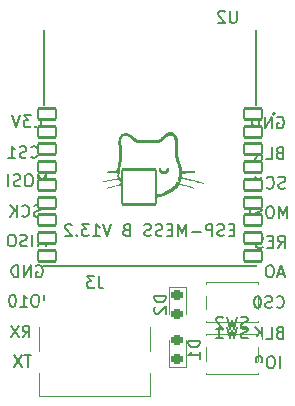
<source format=gbo>
G04 #@! TF.GenerationSoftware,KiCad,Pcbnew,7.0.7*
G04 #@! TF.CreationDate,2024-04-02T13:03:34-04:00*
G04 #@! TF.ProjectId,sensor_node,73656e73-6f72-45f6-9e6f-64652e6b6963,rev?*
G04 #@! TF.SameCoordinates,Original*
G04 #@! TF.FileFunction,Legend,Bot*
G04 #@! TF.FilePolarity,Positive*
%FSLAX46Y46*%
G04 Gerber Fmt 4.6, Leading zero omitted, Abs format (unit mm)*
G04 Created by KiCad (PCBNEW 7.0.7) date 2024-04-02 13:03:34*
%MOMM*%
%LPD*%
G01*
G04 APERTURE LIST*
G04 Aperture macros list*
%AMRoundRect*
0 Rectangle with rounded corners*
0 $1 Rounding radius*
0 $2 $3 $4 $5 $6 $7 $8 $9 X,Y pos of 4 corners*
0 Add a 4 corners polygon primitive as box body*
4,1,4,$2,$3,$4,$5,$6,$7,$8,$9,$2,$3,0*
0 Add four circle primitives for the rounded corners*
1,1,$1+$1,$2,$3*
1,1,$1+$1,$4,$5*
1,1,$1+$1,$6,$7*
1,1,$1+$1,$8,$9*
0 Add four rect primitives between the rounded corners*
20,1,$1+$1,$2,$3,$4,$5,0*
20,1,$1+$1,$4,$5,$6,$7,0*
20,1,$1+$1,$6,$7,$8,$9,0*
20,1,$1+$1,$8,$9,$2,$3,0*%
G04 Aperture macros list end*
%ADD10C,0.150000*%
%ADD11C,0.120000*%
%ADD12C,0.127000*%
%ADD13C,0.200000*%
%ADD14R,1.700000X1.700000*%
%ADD15O,1.700000X1.700000*%
%ADD16RoundRect,0.218750X-0.256250X0.218750X-0.256250X-0.218750X0.256250X-0.218750X0.256250X0.218750X0*%
%ADD17C,0.650000*%
%ADD18R,0.600000X1.450000*%
%ADD19R,0.300000X1.450000*%
%ADD20O,1.000000X1.600000*%
%ADD21O,1.000000X2.100000*%
%ADD22R,1.050000X0.650000*%
%ADD23RoundRect,0.102000X0.750000X0.450000X-0.750000X0.450000X-0.750000X-0.450000X0.750000X-0.450000X0*%
%ADD24RoundRect,0.102000X1.445000X1.475000X-1.445000X1.475000X-1.445000X-1.475000X1.445000X-1.475000X0*%
%ADD25RoundRect,0.218750X0.256250X-0.218750X0.256250X0.218750X-0.256250X0.218750X-0.256250X-0.218750X0*%
G04 APERTURE END LIST*
D10*
X143939411Y-72617438D02*
X144034649Y-72569819D01*
X144034649Y-72569819D02*
X144177506Y-72569819D01*
X144177506Y-72569819D02*
X144320363Y-72617438D01*
X144320363Y-72617438D02*
X144415601Y-72712676D01*
X144415601Y-72712676D02*
X144463220Y-72807914D01*
X144463220Y-72807914D02*
X144510839Y-72998390D01*
X144510839Y-72998390D02*
X144510839Y-73141247D01*
X144510839Y-73141247D02*
X144463220Y-73331723D01*
X144463220Y-73331723D02*
X144415601Y-73426961D01*
X144415601Y-73426961D02*
X144320363Y-73522200D01*
X144320363Y-73522200D02*
X144177506Y-73569819D01*
X144177506Y-73569819D02*
X144082268Y-73569819D01*
X144082268Y-73569819D02*
X143939411Y-73522200D01*
X143939411Y-73522200D02*
X143891792Y-73474580D01*
X143891792Y-73474580D02*
X143891792Y-73141247D01*
X143891792Y-73141247D02*
X144082268Y-73141247D01*
X143463220Y-73569819D02*
X143463220Y-72569819D01*
X143463220Y-72569819D02*
X142891792Y-73569819D01*
X142891792Y-73569819D02*
X142891792Y-72569819D01*
X142415601Y-73569819D02*
X142415601Y-72569819D01*
X142415601Y-72569819D02*
X142177506Y-72569819D01*
X142177506Y-72569819D02*
X142034649Y-72617438D01*
X142034649Y-72617438D02*
X141939411Y-72712676D01*
X141939411Y-72712676D02*
X141891792Y-72807914D01*
X141891792Y-72807914D02*
X141844173Y-72998390D01*
X141844173Y-72998390D02*
X141844173Y-73141247D01*
X141844173Y-73141247D02*
X141891792Y-73331723D01*
X141891792Y-73331723D02*
X141939411Y-73426961D01*
X141939411Y-73426961D02*
X142034649Y-73522200D01*
X142034649Y-73522200D02*
X142177506Y-73569819D01*
X142177506Y-73569819D02*
X142415601Y-73569819D01*
X164529887Y-78246009D02*
X164387030Y-78293628D01*
X164387030Y-78293628D02*
X164339411Y-78341247D01*
X164339411Y-78341247D02*
X164291792Y-78436485D01*
X164291792Y-78436485D02*
X164291792Y-78579342D01*
X164291792Y-78579342D02*
X164339411Y-78674580D01*
X164339411Y-78674580D02*
X164387030Y-78722200D01*
X164387030Y-78722200D02*
X164482268Y-78769819D01*
X164482268Y-78769819D02*
X164863220Y-78769819D01*
X164863220Y-78769819D02*
X164863220Y-77769819D01*
X164863220Y-77769819D02*
X164529887Y-77769819D01*
X164529887Y-77769819D02*
X164434649Y-77817438D01*
X164434649Y-77817438D02*
X164387030Y-77865057D01*
X164387030Y-77865057D02*
X164339411Y-77960295D01*
X164339411Y-77960295D02*
X164339411Y-78055533D01*
X164339411Y-78055533D02*
X164387030Y-78150771D01*
X164387030Y-78150771D02*
X164434649Y-78198390D01*
X164434649Y-78198390D02*
X164529887Y-78246009D01*
X164529887Y-78246009D02*
X164863220Y-78246009D01*
X163387030Y-78769819D02*
X163863220Y-78769819D01*
X163863220Y-78769819D02*
X163863220Y-77769819D01*
X163053696Y-78769819D02*
X163053696Y-77769819D01*
X162482268Y-78769819D02*
X162910839Y-78198390D01*
X162482268Y-77769819D02*
X163053696Y-78341247D01*
X164529887Y-63046009D02*
X164387030Y-63093628D01*
X164387030Y-63093628D02*
X164339411Y-63141247D01*
X164339411Y-63141247D02*
X164291792Y-63236485D01*
X164291792Y-63236485D02*
X164291792Y-63379342D01*
X164291792Y-63379342D02*
X164339411Y-63474580D01*
X164339411Y-63474580D02*
X164387030Y-63522200D01*
X164387030Y-63522200D02*
X164482268Y-63569819D01*
X164482268Y-63569819D02*
X164863220Y-63569819D01*
X164863220Y-63569819D02*
X164863220Y-62569819D01*
X164863220Y-62569819D02*
X164529887Y-62569819D01*
X164529887Y-62569819D02*
X164434649Y-62617438D01*
X164434649Y-62617438D02*
X164387030Y-62665057D01*
X164387030Y-62665057D02*
X164339411Y-62760295D01*
X164339411Y-62760295D02*
X164339411Y-62855533D01*
X164339411Y-62855533D02*
X164387030Y-62950771D01*
X164387030Y-62950771D02*
X164434649Y-62998390D01*
X164434649Y-62998390D02*
X164529887Y-63046009D01*
X164529887Y-63046009D02*
X164863220Y-63046009D01*
X163387030Y-63569819D02*
X163863220Y-63569819D01*
X163863220Y-63569819D02*
X163863220Y-62569819D01*
X163053696Y-63569819D02*
X163053696Y-62569819D01*
X162482268Y-63569819D02*
X162910839Y-62998390D01*
X162482268Y-62569819D02*
X163053696Y-63141247D01*
X165010839Y-66022200D02*
X164867982Y-66069819D01*
X164867982Y-66069819D02*
X164629887Y-66069819D01*
X164629887Y-66069819D02*
X164534649Y-66022200D01*
X164534649Y-66022200D02*
X164487030Y-65974580D01*
X164487030Y-65974580D02*
X164439411Y-65879342D01*
X164439411Y-65879342D02*
X164439411Y-65784104D01*
X164439411Y-65784104D02*
X164487030Y-65688866D01*
X164487030Y-65688866D02*
X164534649Y-65641247D01*
X164534649Y-65641247D02*
X164629887Y-65593628D01*
X164629887Y-65593628D02*
X164820363Y-65546009D01*
X164820363Y-65546009D02*
X164915601Y-65498390D01*
X164915601Y-65498390D02*
X164963220Y-65450771D01*
X164963220Y-65450771D02*
X165010839Y-65355533D01*
X165010839Y-65355533D02*
X165010839Y-65260295D01*
X165010839Y-65260295D02*
X164963220Y-65165057D01*
X164963220Y-65165057D02*
X164915601Y-65117438D01*
X164915601Y-65117438D02*
X164820363Y-65069819D01*
X164820363Y-65069819D02*
X164582268Y-65069819D01*
X164582268Y-65069819D02*
X164439411Y-65117438D01*
X163439411Y-65974580D02*
X163487030Y-66022200D01*
X163487030Y-66022200D02*
X163629887Y-66069819D01*
X163629887Y-66069819D02*
X163725125Y-66069819D01*
X163725125Y-66069819D02*
X163867982Y-66022200D01*
X163867982Y-66022200D02*
X163963220Y-65926961D01*
X163963220Y-65926961D02*
X164010839Y-65831723D01*
X164010839Y-65831723D02*
X164058458Y-65641247D01*
X164058458Y-65641247D02*
X164058458Y-65498390D01*
X164058458Y-65498390D02*
X164010839Y-65307914D01*
X164010839Y-65307914D02*
X163963220Y-65212676D01*
X163963220Y-65212676D02*
X163867982Y-65117438D01*
X163867982Y-65117438D02*
X163725125Y-65069819D01*
X163725125Y-65069819D02*
X163629887Y-65069819D01*
X163629887Y-65069819D02*
X163487030Y-65117438D01*
X163487030Y-65117438D02*
X163439411Y-65165057D01*
X163010839Y-66069819D02*
X163010839Y-65069819D01*
X162439411Y-66069819D02*
X162867982Y-65498390D01*
X162439411Y-65069819D02*
X163010839Y-65641247D01*
X144310839Y-68422200D02*
X144167982Y-68469819D01*
X144167982Y-68469819D02*
X143929887Y-68469819D01*
X143929887Y-68469819D02*
X143834649Y-68422200D01*
X143834649Y-68422200D02*
X143787030Y-68374580D01*
X143787030Y-68374580D02*
X143739411Y-68279342D01*
X143739411Y-68279342D02*
X143739411Y-68184104D01*
X143739411Y-68184104D02*
X143787030Y-68088866D01*
X143787030Y-68088866D02*
X143834649Y-68041247D01*
X143834649Y-68041247D02*
X143929887Y-67993628D01*
X143929887Y-67993628D02*
X144120363Y-67946009D01*
X144120363Y-67946009D02*
X144215601Y-67898390D01*
X144215601Y-67898390D02*
X144263220Y-67850771D01*
X144263220Y-67850771D02*
X144310839Y-67755533D01*
X144310839Y-67755533D02*
X144310839Y-67660295D01*
X144310839Y-67660295D02*
X144263220Y-67565057D01*
X144263220Y-67565057D02*
X144215601Y-67517438D01*
X144215601Y-67517438D02*
X144120363Y-67469819D01*
X144120363Y-67469819D02*
X143882268Y-67469819D01*
X143882268Y-67469819D02*
X143739411Y-67517438D01*
X142739411Y-68374580D02*
X142787030Y-68422200D01*
X142787030Y-68422200D02*
X142929887Y-68469819D01*
X142929887Y-68469819D02*
X143025125Y-68469819D01*
X143025125Y-68469819D02*
X143167982Y-68422200D01*
X143167982Y-68422200D02*
X143263220Y-68326961D01*
X143263220Y-68326961D02*
X143310839Y-68231723D01*
X143310839Y-68231723D02*
X143358458Y-68041247D01*
X143358458Y-68041247D02*
X143358458Y-67898390D01*
X143358458Y-67898390D02*
X143310839Y-67707914D01*
X143310839Y-67707914D02*
X143263220Y-67612676D01*
X143263220Y-67612676D02*
X143167982Y-67517438D01*
X143167982Y-67517438D02*
X143025125Y-67469819D01*
X143025125Y-67469819D02*
X142929887Y-67469819D01*
X142929887Y-67469819D02*
X142787030Y-67517438D01*
X142787030Y-67517438D02*
X142739411Y-67565057D01*
X142310839Y-68469819D02*
X142310839Y-67469819D01*
X141739411Y-68469819D02*
X142167982Y-67898390D01*
X141739411Y-67469819D02*
X142310839Y-68041247D01*
X144732266Y-70969819D02*
X144732266Y-69969819D01*
X144732266Y-69969819D02*
X144398933Y-70684104D01*
X144398933Y-70684104D02*
X144065600Y-69969819D01*
X144065600Y-69969819D02*
X144065600Y-70969819D01*
X143589409Y-70969819D02*
X143589409Y-69969819D01*
X143160838Y-70922200D02*
X143017981Y-70969819D01*
X143017981Y-70969819D02*
X142779886Y-70969819D01*
X142779886Y-70969819D02*
X142684648Y-70922200D01*
X142684648Y-70922200D02*
X142637029Y-70874580D01*
X142637029Y-70874580D02*
X142589410Y-70779342D01*
X142589410Y-70779342D02*
X142589410Y-70684104D01*
X142589410Y-70684104D02*
X142637029Y-70588866D01*
X142637029Y-70588866D02*
X142684648Y-70541247D01*
X142684648Y-70541247D02*
X142779886Y-70493628D01*
X142779886Y-70493628D02*
X142970362Y-70446009D01*
X142970362Y-70446009D02*
X143065600Y-70398390D01*
X143065600Y-70398390D02*
X143113219Y-70350771D01*
X143113219Y-70350771D02*
X143160838Y-70255533D01*
X143160838Y-70255533D02*
X143160838Y-70160295D01*
X143160838Y-70160295D02*
X143113219Y-70065057D01*
X143113219Y-70065057D02*
X143065600Y-70017438D01*
X143065600Y-70017438D02*
X142970362Y-69969819D01*
X142970362Y-69969819D02*
X142732267Y-69969819D01*
X142732267Y-69969819D02*
X142589410Y-70017438D01*
X141970362Y-69969819D02*
X141779886Y-69969819D01*
X141779886Y-69969819D02*
X141684648Y-70017438D01*
X141684648Y-70017438D02*
X141589410Y-70112676D01*
X141589410Y-70112676D02*
X141541791Y-70303152D01*
X141541791Y-70303152D02*
X141541791Y-70636485D01*
X141541791Y-70636485D02*
X141589410Y-70826961D01*
X141589410Y-70826961D02*
X141684648Y-70922200D01*
X141684648Y-70922200D02*
X141779886Y-70969819D01*
X141779886Y-70969819D02*
X141970362Y-70969819D01*
X141970362Y-70969819D02*
X142065600Y-70922200D01*
X142065600Y-70922200D02*
X142160838Y-70826961D01*
X142160838Y-70826961D02*
X142208457Y-70636485D01*
X142208457Y-70636485D02*
X142208457Y-70303152D01*
X142208457Y-70303152D02*
X142160838Y-70112676D01*
X142160838Y-70112676D02*
X142065600Y-70017438D01*
X142065600Y-70017438D02*
X141970362Y-69969819D01*
X143506077Y-80169819D02*
X142934649Y-80169819D01*
X143220363Y-81169819D02*
X143220363Y-80169819D01*
X142696553Y-80169819D02*
X142029887Y-81169819D01*
X142029887Y-80169819D02*
X142696553Y-81169819D01*
X142791792Y-78669819D02*
X143125125Y-78193628D01*
X143363220Y-78669819D02*
X143363220Y-77669819D01*
X143363220Y-77669819D02*
X142982268Y-77669819D01*
X142982268Y-77669819D02*
X142887030Y-77717438D01*
X142887030Y-77717438D02*
X142839411Y-77765057D01*
X142839411Y-77765057D02*
X142791792Y-77860295D01*
X142791792Y-77860295D02*
X142791792Y-78003152D01*
X142791792Y-78003152D02*
X142839411Y-78098390D01*
X142839411Y-78098390D02*
X142887030Y-78146009D01*
X142887030Y-78146009D02*
X142982268Y-78193628D01*
X142982268Y-78193628D02*
X143363220Y-78193628D01*
X142458458Y-77669819D02*
X141791792Y-78669819D01*
X141791792Y-77669819D02*
X142458458Y-78669819D01*
X144632266Y-76069819D02*
X144632266Y-75069819D01*
X143965600Y-75069819D02*
X143775124Y-75069819D01*
X143775124Y-75069819D02*
X143679886Y-75117438D01*
X143679886Y-75117438D02*
X143584648Y-75212676D01*
X143584648Y-75212676D02*
X143537029Y-75403152D01*
X143537029Y-75403152D02*
X143537029Y-75736485D01*
X143537029Y-75736485D02*
X143584648Y-75926961D01*
X143584648Y-75926961D02*
X143679886Y-76022200D01*
X143679886Y-76022200D02*
X143775124Y-76069819D01*
X143775124Y-76069819D02*
X143965600Y-76069819D01*
X143965600Y-76069819D02*
X144060838Y-76022200D01*
X144060838Y-76022200D02*
X144156076Y-75926961D01*
X144156076Y-75926961D02*
X144203695Y-75736485D01*
X144203695Y-75736485D02*
X144203695Y-75403152D01*
X144203695Y-75403152D02*
X144156076Y-75212676D01*
X144156076Y-75212676D02*
X144060838Y-75117438D01*
X144060838Y-75117438D02*
X143965600Y-75069819D01*
X142584648Y-76069819D02*
X143156076Y-76069819D01*
X142870362Y-76069819D02*
X142870362Y-75069819D01*
X142870362Y-75069819D02*
X142965600Y-75212676D01*
X142965600Y-75212676D02*
X143060838Y-75307914D01*
X143060838Y-75307914D02*
X143156076Y-75355533D01*
X141965600Y-75069819D02*
X141870362Y-75069819D01*
X141870362Y-75069819D02*
X141775124Y-75117438D01*
X141775124Y-75117438D02*
X141727505Y-75165057D01*
X141727505Y-75165057D02*
X141679886Y-75260295D01*
X141679886Y-75260295D02*
X141632267Y-75450771D01*
X141632267Y-75450771D02*
X141632267Y-75688866D01*
X141632267Y-75688866D02*
X141679886Y-75879342D01*
X141679886Y-75879342D02*
X141727505Y-75974580D01*
X141727505Y-75974580D02*
X141775124Y-76022200D01*
X141775124Y-76022200D02*
X141870362Y-76069819D01*
X141870362Y-76069819D02*
X141965600Y-76069819D01*
X141965600Y-76069819D02*
X142060838Y-76022200D01*
X142060838Y-76022200D02*
X142108457Y-75974580D01*
X142108457Y-75974580D02*
X142156076Y-75879342D01*
X142156076Y-75879342D02*
X142203695Y-75688866D01*
X142203695Y-75688866D02*
X142203695Y-75450771D01*
X142203695Y-75450771D02*
X142156076Y-75260295D01*
X142156076Y-75260295D02*
X142108457Y-75165057D01*
X142108457Y-75165057D02*
X142060838Y-75117438D01*
X142060838Y-75117438D02*
X141965600Y-75069819D01*
X165160838Y-68569819D02*
X165160838Y-67569819D01*
X165160838Y-67569819D02*
X164827505Y-68284104D01*
X164827505Y-68284104D02*
X164494172Y-67569819D01*
X164494172Y-67569819D02*
X164494172Y-68569819D01*
X163827505Y-67569819D02*
X163637029Y-67569819D01*
X163637029Y-67569819D02*
X163541791Y-67617438D01*
X163541791Y-67617438D02*
X163446553Y-67712676D01*
X163446553Y-67712676D02*
X163398934Y-67903152D01*
X163398934Y-67903152D02*
X163398934Y-68236485D01*
X163398934Y-68236485D02*
X163446553Y-68426961D01*
X163446553Y-68426961D02*
X163541791Y-68522200D01*
X163541791Y-68522200D02*
X163637029Y-68569819D01*
X163637029Y-68569819D02*
X163827505Y-68569819D01*
X163827505Y-68569819D02*
X163922743Y-68522200D01*
X163922743Y-68522200D02*
X164017981Y-68426961D01*
X164017981Y-68426961D02*
X164065600Y-68236485D01*
X164065600Y-68236485D02*
X164065600Y-67903152D01*
X164065600Y-67903152D02*
X164017981Y-67712676D01*
X164017981Y-67712676D02*
X163922743Y-67617438D01*
X163922743Y-67617438D02*
X163827505Y-67569819D01*
X163017981Y-68522200D02*
X162875124Y-68569819D01*
X162875124Y-68569819D02*
X162637029Y-68569819D01*
X162637029Y-68569819D02*
X162541791Y-68522200D01*
X162541791Y-68522200D02*
X162494172Y-68474580D01*
X162494172Y-68474580D02*
X162446553Y-68379342D01*
X162446553Y-68379342D02*
X162446553Y-68284104D01*
X162446553Y-68284104D02*
X162494172Y-68188866D01*
X162494172Y-68188866D02*
X162541791Y-68141247D01*
X162541791Y-68141247D02*
X162637029Y-68093628D01*
X162637029Y-68093628D02*
X162827505Y-68046009D01*
X162827505Y-68046009D02*
X162922743Y-67998390D01*
X162922743Y-67998390D02*
X162970362Y-67950771D01*
X162970362Y-67950771D02*
X163017981Y-67855533D01*
X163017981Y-67855533D02*
X163017981Y-67760295D01*
X163017981Y-67760295D02*
X162970362Y-67665057D01*
X162970362Y-67665057D02*
X162922743Y-67617438D01*
X162922743Y-67617438D02*
X162827505Y-67569819D01*
X162827505Y-67569819D02*
X162589410Y-67569819D01*
X162589410Y-67569819D02*
X162446553Y-67617438D01*
X162017981Y-68569819D02*
X162017981Y-67569819D01*
X164339411Y-60017438D02*
X164434649Y-59969819D01*
X164434649Y-59969819D02*
X164577506Y-59969819D01*
X164577506Y-59969819D02*
X164720363Y-60017438D01*
X164720363Y-60017438D02*
X164815601Y-60112676D01*
X164815601Y-60112676D02*
X164863220Y-60207914D01*
X164863220Y-60207914D02*
X164910839Y-60398390D01*
X164910839Y-60398390D02*
X164910839Y-60541247D01*
X164910839Y-60541247D02*
X164863220Y-60731723D01*
X164863220Y-60731723D02*
X164815601Y-60826961D01*
X164815601Y-60826961D02*
X164720363Y-60922200D01*
X164720363Y-60922200D02*
X164577506Y-60969819D01*
X164577506Y-60969819D02*
X164482268Y-60969819D01*
X164482268Y-60969819D02*
X164339411Y-60922200D01*
X164339411Y-60922200D02*
X164291792Y-60874580D01*
X164291792Y-60874580D02*
X164291792Y-60541247D01*
X164291792Y-60541247D02*
X164482268Y-60541247D01*
X163863220Y-60969819D02*
X163863220Y-59969819D01*
X163863220Y-59969819D02*
X163291792Y-60969819D01*
X163291792Y-60969819D02*
X163291792Y-59969819D01*
X162815601Y-60969819D02*
X162815601Y-59969819D01*
X162815601Y-59969819D02*
X162577506Y-59969819D01*
X162577506Y-59969819D02*
X162434649Y-60017438D01*
X162434649Y-60017438D02*
X162339411Y-60112676D01*
X162339411Y-60112676D02*
X162291792Y-60207914D01*
X162291792Y-60207914D02*
X162244173Y-60398390D01*
X162244173Y-60398390D02*
X162244173Y-60541247D01*
X162244173Y-60541247D02*
X162291792Y-60731723D01*
X162291792Y-60731723D02*
X162339411Y-60826961D01*
X162339411Y-60826961D02*
X162434649Y-60922200D01*
X162434649Y-60922200D02*
X162577506Y-60969819D01*
X162577506Y-60969819D02*
X162815601Y-60969819D01*
X164910839Y-73284104D02*
X164434649Y-73284104D01*
X165006077Y-73569819D02*
X164672744Y-72569819D01*
X164672744Y-72569819D02*
X164339411Y-73569819D01*
X163815601Y-72569819D02*
X163625125Y-72569819D01*
X163625125Y-72569819D02*
X163529887Y-72617438D01*
X163529887Y-72617438D02*
X163434649Y-72712676D01*
X163434649Y-72712676D02*
X163387030Y-72903152D01*
X163387030Y-72903152D02*
X163387030Y-73236485D01*
X163387030Y-73236485D02*
X163434649Y-73426961D01*
X163434649Y-73426961D02*
X163529887Y-73522200D01*
X163529887Y-73522200D02*
X163625125Y-73569819D01*
X163625125Y-73569819D02*
X163815601Y-73569819D01*
X163815601Y-73569819D02*
X163910839Y-73522200D01*
X163910839Y-73522200D02*
X164006077Y-73426961D01*
X164006077Y-73426961D02*
X164053696Y-73236485D01*
X164053696Y-73236485D02*
X164053696Y-72903152D01*
X164053696Y-72903152D02*
X164006077Y-72712676D01*
X164006077Y-72712676D02*
X163910839Y-72617438D01*
X163910839Y-72617438D02*
X163815601Y-72569819D01*
X164391792Y-71069819D02*
X164725125Y-70593628D01*
X164963220Y-71069819D02*
X164963220Y-70069819D01*
X164963220Y-70069819D02*
X164582268Y-70069819D01*
X164582268Y-70069819D02*
X164487030Y-70117438D01*
X164487030Y-70117438D02*
X164439411Y-70165057D01*
X164439411Y-70165057D02*
X164391792Y-70260295D01*
X164391792Y-70260295D02*
X164391792Y-70403152D01*
X164391792Y-70403152D02*
X164439411Y-70498390D01*
X164439411Y-70498390D02*
X164487030Y-70546009D01*
X164487030Y-70546009D02*
X164582268Y-70593628D01*
X164582268Y-70593628D02*
X164963220Y-70593628D01*
X163963220Y-70546009D02*
X163629887Y-70546009D01*
X163487030Y-71069819D02*
X163963220Y-71069819D01*
X163963220Y-71069819D02*
X163963220Y-70069819D01*
X163963220Y-70069819D02*
X163487030Y-70069819D01*
X163106077Y-71022200D02*
X162963220Y-71069819D01*
X162963220Y-71069819D02*
X162725125Y-71069819D01*
X162725125Y-71069819D02*
X162629887Y-71022200D01*
X162629887Y-71022200D02*
X162582268Y-70974580D01*
X162582268Y-70974580D02*
X162534649Y-70879342D01*
X162534649Y-70879342D02*
X162534649Y-70784104D01*
X162534649Y-70784104D02*
X162582268Y-70688866D01*
X162582268Y-70688866D02*
X162629887Y-70641247D01*
X162629887Y-70641247D02*
X162725125Y-70593628D01*
X162725125Y-70593628D02*
X162915601Y-70546009D01*
X162915601Y-70546009D02*
X163010839Y-70498390D01*
X163010839Y-70498390D02*
X163058458Y-70450771D01*
X163058458Y-70450771D02*
X163106077Y-70355533D01*
X163106077Y-70355533D02*
X163106077Y-70260295D01*
X163106077Y-70260295D02*
X163058458Y-70165057D01*
X163058458Y-70165057D02*
X163010839Y-70117438D01*
X163010839Y-70117438D02*
X162915601Y-70069819D01*
X162915601Y-70069819D02*
X162677506Y-70069819D01*
X162677506Y-70069819D02*
X162534649Y-70117438D01*
X164291792Y-76074580D02*
X164339411Y-76122200D01*
X164339411Y-76122200D02*
X164482268Y-76169819D01*
X164482268Y-76169819D02*
X164577506Y-76169819D01*
X164577506Y-76169819D02*
X164720363Y-76122200D01*
X164720363Y-76122200D02*
X164815601Y-76026961D01*
X164815601Y-76026961D02*
X164863220Y-75931723D01*
X164863220Y-75931723D02*
X164910839Y-75741247D01*
X164910839Y-75741247D02*
X164910839Y-75598390D01*
X164910839Y-75598390D02*
X164863220Y-75407914D01*
X164863220Y-75407914D02*
X164815601Y-75312676D01*
X164815601Y-75312676D02*
X164720363Y-75217438D01*
X164720363Y-75217438D02*
X164577506Y-75169819D01*
X164577506Y-75169819D02*
X164482268Y-75169819D01*
X164482268Y-75169819D02*
X164339411Y-75217438D01*
X164339411Y-75217438D02*
X164291792Y-75265057D01*
X163910839Y-76122200D02*
X163767982Y-76169819D01*
X163767982Y-76169819D02*
X163529887Y-76169819D01*
X163529887Y-76169819D02*
X163434649Y-76122200D01*
X163434649Y-76122200D02*
X163387030Y-76074580D01*
X163387030Y-76074580D02*
X163339411Y-75979342D01*
X163339411Y-75979342D02*
X163339411Y-75884104D01*
X163339411Y-75884104D02*
X163387030Y-75788866D01*
X163387030Y-75788866D02*
X163434649Y-75741247D01*
X163434649Y-75741247D02*
X163529887Y-75693628D01*
X163529887Y-75693628D02*
X163720363Y-75646009D01*
X163720363Y-75646009D02*
X163815601Y-75598390D01*
X163815601Y-75598390D02*
X163863220Y-75550771D01*
X163863220Y-75550771D02*
X163910839Y-75455533D01*
X163910839Y-75455533D02*
X163910839Y-75360295D01*
X163910839Y-75360295D02*
X163863220Y-75265057D01*
X163863220Y-75265057D02*
X163815601Y-75217438D01*
X163815601Y-75217438D02*
X163720363Y-75169819D01*
X163720363Y-75169819D02*
X163482268Y-75169819D01*
X163482268Y-75169819D02*
X163339411Y-75217438D01*
X162720363Y-75169819D02*
X162625125Y-75169819D01*
X162625125Y-75169819D02*
X162529887Y-75217438D01*
X162529887Y-75217438D02*
X162482268Y-75265057D01*
X162482268Y-75265057D02*
X162434649Y-75360295D01*
X162434649Y-75360295D02*
X162387030Y-75550771D01*
X162387030Y-75550771D02*
X162387030Y-75788866D01*
X162387030Y-75788866D02*
X162434649Y-75979342D01*
X162434649Y-75979342D02*
X162482268Y-76074580D01*
X162482268Y-76074580D02*
X162529887Y-76122200D01*
X162529887Y-76122200D02*
X162625125Y-76169819D01*
X162625125Y-76169819D02*
X162720363Y-76169819D01*
X162720363Y-76169819D02*
X162815601Y-76122200D01*
X162815601Y-76122200D02*
X162863220Y-76074580D01*
X162863220Y-76074580D02*
X162910839Y-75979342D01*
X162910839Y-75979342D02*
X162958458Y-75788866D01*
X162958458Y-75788866D02*
X162958458Y-75550771D01*
X162958458Y-75550771D02*
X162910839Y-75360295D01*
X162910839Y-75360295D02*
X162863220Y-75265057D01*
X162863220Y-75265057D02*
X162815601Y-75217438D01*
X162815601Y-75217438D02*
X162720363Y-75169819D01*
X143491792Y-63374580D02*
X143539411Y-63422200D01*
X143539411Y-63422200D02*
X143682268Y-63469819D01*
X143682268Y-63469819D02*
X143777506Y-63469819D01*
X143777506Y-63469819D02*
X143920363Y-63422200D01*
X143920363Y-63422200D02*
X144015601Y-63326961D01*
X144015601Y-63326961D02*
X144063220Y-63231723D01*
X144063220Y-63231723D02*
X144110839Y-63041247D01*
X144110839Y-63041247D02*
X144110839Y-62898390D01*
X144110839Y-62898390D02*
X144063220Y-62707914D01*
X144063220Y-62707914D02*
X144015601Y-62612676D01*
X144015601Y-62612676D02*
X143920363Y-62517438D01*
X143920363Y-62517438D02*
X143777506Y-62469819D01*
X143777506Y-62469819D02*
X143682268Y-62469819D01*
X143682268Y-62469819D02*
X143539411Y-62517438D01*
X143539411Y-62517438D02*
X143491792Y-62565057D01*
X143110839Y-63422200D02*
X142967982Y-63469819D01*
X142967982Y-63469819D02*
X142729887Y-63469819D01*
X142729887Y-63469819D02*
X142634649Y-63422200D01*
X142634649Y-63422200D02*
X142587030Y-63374580D01*
X142587030Y-63374580D02*
X142539411Y-63279342D01*
X142539411Y-63279342D02*
X142539411Y-63184104D01*
X142539411Y-63184104D02*
X142587030Y-63088866D01*
X142587030Y-63088866D02*
X142634649Y-63041247D01*
X142634649Y-63041247D02*
X142729887Y-62993628D01*
X142729887Y-62993628D02*
X142920363Y-62946009D01*
X142920363Y-62946009D02*
X143015601Y-62898390D01*
X143015601Y-62898390D02*
X143063220Y-62850771D01*
X143063220Y-62850771D02*
X143110839Y-62755533D01*
X143110839Y-62755533D02*
X143110839Y-62660295D01*
X143110839Y-62660295D02*
X143063220Y-62565057D01*
X143063220Y-62565057D02*
X143015601Y-62517438D01*
X143015601Y-62517438D02*
X142920363Y-62469819D01*
X142920363Y-62469819D02*
X142682268Y-62469819D01*
X142682268Y-62469819D02*
X142539411Y-62517438D01*
X141587030Y-63469819D02*
X142158458Y-63469819D01*
X141872744Y-63469819D02*
X141872744Y-62469819D01*
X141872744Y-62469819D02*
X141967982Y-62612676D01*
X141967982Y-62612676D02*
X142063220Y-62707914D01*
X142063220Y-62707914D02*
X142158458Y-62755533D01*
X160706762Y-69563105D02*
X160373429Y-69563105D01*
X160230572Y-70086915D02*
X160706762Y-70086915D01*
X160706762Y-70086915D02*
X160706762Y-69086915D01*
X160706762Y-69086915D02*
X160230572Y-69086915D01*
X159849619Y-70039296D02*
X159706762Y-70086915D01*
X159706762Y-70086915D02*
X159468667Y-70086915D01*
X159468667Y-70086915D02*
X159373429Y-70039296D01*
X159373429Y-70039296D02*
X159325810Y-69991676D01*
X159325810Y-69991676D02*
X159278191Y-69896438D01*
X159278191Y-69896438D02*
X159278191Y-69801200D01*
X159278191Y-69801200D02*
X159325810Y-69705962D01*
X159325810Y-69705962D02*
X159373429Y-69658343D01*
X159373429Y-69658343D02*
X159468667Y-69610724D01*
X159468667Y-69610724D02*
X159659143Y-69563105D01*
X159659143Y-69563105D02*
X159754381Y-69515486D01*
X159754381Y-69515486D02*
X159802000Y-69467867D01*
X159802000Y-69467867D02*
X159849619Y-69372629D01*
X159849619Y-69372629D02*
X159849619Y-69277391D01*
X159849619Y-69277391D02*
X159802000Y-69182153D01*
X159802000Y-69182153D02*
X159754381Y-69134534D01*
X159754381Y-69134534D02*
X159659143Y-69086915D01*
X159659143Y-69086915D02*
X159421048Y-69086915D01*
X159421048Y-69086915D02*
X159278191Y-69134534D01*
X158849619Y-70086915D02*
X158849619Y-69086915D01*
X158849619Y-69086915D02*
X158468667Y-69086915D01*
X158468667Y-69086915D02*
X158373429Y-69134534D01*
X158373429Y-69134534D02*
X158325810Y-69182153D01*
X158325810Y-69182153D02*
X158278191Y-69277391D01*
X158278191Y-69277391D02*
X158278191Y-69420248D01*
X158278191Y-69420248D02*
X158325810Y-69515486D01*
X158325810Y-69515486D02*
X158373429Y-69563105D01*
X158373429Y-69563105D02*
X158468667Y-69610724D01*
X158468667Y-69610724D02*
X158849619Y-69610724D01*
X157849619Y-69705962D02*
X157087715Y-69705962D01*
X156611524Y-70086915D02*
X156611524Y-69086915D01*
X156611524Y-69086915D02*
X156278191Y-69801200D01*
X156278191Y-69801200D02*
X155944858Y-69086915D01*
X155944858Y-69086915D02*
X155944858Y-70086915D01*
X155468667Y-69563105D02*
X155135334Y-69563105D01*
X154992477Y-70086915D02*
X155468667Y-70086915D01*
X155468667Y-70086915D02*
X155468667Y-69086915D01*
X155468667Y-69086915D02*
X154992477Y-69086915D01*
X154611524Y-70039296D02*
X154468667Y-70086915D01*
X154468667Y-70086915D02*
X154230572Y-70086915D01*
X154230572Y-70086915D02*
X154135334Y-70039296D01*
X154135334Y-70039296D02*
X154087715Y-69991676D01*
X154087715Y-69991676D02*
X154040096Y-69896438D01*
X154040096Y-69896438D02*
X154040096Y-69801200D01*
X154040096Y-69801200D02*
X154087715Y-69705962D01*
X154087715Y-69705962D02*
X154135334Y-69658343D01*
X154135334Y-69658343D02*
X154230572Y-69610724D01*
X154230572Y-69610724D02*
X154421048Y-69563105D01*
X154421048Y-69563105D02*
X154516286Y-69515486D01*
X154516286Y-69515486D02*
X154563905Y-69467867D01*
X154563905Y-69467867D02*
X154611524Y-69372629D01*
X154611524Y-69372629D02*
X154611524Y-69277391D01*
X154611524Y-69277391D02*
X154563905Y-69182153D01*
X154563905Y-69182153D02*
X154516286Y-69134534D01*
X154516286Y-69134534D02*
X154421048Y-69086915D01*
X154421048Y-69086915D02*
X154182953Y-69086915D01*
X154182953Y-69086915D02*
X154040096Y-69134534D01*
X153659143Y-70039296D02*
X153516286Y-70086915D01*
X153516286Y-70086915D02*
X153278191Y-70086915D01*
X153278191Y-70086915D02*
X153182953Y-70039296D01*
X153182953Y-70039296D02*
X153135334Y-69991676D01*
X153135334Y-69991676D02*
X153087715Y-69896438D01*
X153087715Y-69896438D02*
X153087715Y-69801200D01*
X153087715Y-69801200D02*
X153135334Y-69705962D01*
X153135334Y-69705962D02*
X153182953Y-69658343D01*
X153182953Y-69658343D02*
X153278191Y-69610724D01*
X153278191Y-69610724D02*
X153468667Y-69563105D01*
X153468667Y-69563105D02*
X153563905Y-69515486D01*
X153563905Y-69515486D02*
X153611524Y-69467867D01*
X153611524Y-69467867D02*
X153659143Y-69372629D01*
X153659143Y-69372629D02*
X153659143Y-69277391D01*
X153659143Y-69277391D02*
X153611524Y-69182153D01*
X153611524Y-69182153D02*
X153563905Y-69134534D01*
X153563905Y-69134534D02*
X153468667Y-69086915D01*
X153468667Y-69086915D02*
X153230572Y-69086915D01*
X153230572Y-69086915D02*
X153087715Y-69134534D01*
X151563905Y-69563105D02*
X151421048Y-69610724D01*
X151421048Y-69610724D02*
X151373429Y-69658343D01*
X151373429Y-69658343D02*
X151325810Y-69753581D01*
X151325810Y-69753581D02*
X151325810Y-69896438D01*
X151325810Y-69896438D02*
X151373429Y-69991676D01*
X151373429Y-69991676D02*
X151421048Y-70039296D01*
X151421048Y-70039296D02*
X151516286Y-70086915D01*
X151516286Y-70086915D02*
X151897238Y-70086915D01*
X151897238Y-70086915D02*
X151897238Y-69086915D01*
X151897238Y-69086915D02*
X151563905Y-69086915D01*
X151563905Y-69086915D02*
X151468667Y-69134534D01*
X151468667Y-69134534D02*
X151421048Y-69182153D01*
X151421048Y-69182153D02*
X151373429Y-69277391D01*
X151373429Y-69277391D02*
X151373429Y-69372629D01*
X151373429Y-69372629D02*
X151421048Y-69467867D01*
X151421048Y-69467867D02*
X151468667Y-69515486D01*
X151468667Y-69515486D02*
X151563905Y-69563105D01*
X151563905Y-69563105D02*
X151897238Y-69563105D01*
X150278190Y-69086915D02*
X149944857Y-70086915D01*
X149944857Y-70086915D02*
X149611524Y-69086915D01*
X148754381Y-70086915D02*
X149325809Y-70086915D01*
X149040095Y-70086915D02*
X149040095Y-69086915D01*
X149040095Y-69086915D02*
X149135333Y-69229772D01*
X149135333Y-69229772D02*
X149230571Y-69325010D01*
X149230571Y-69325010D02*
X149325809Y-69372629D01*
X148421047Y-69086915D02*
X147802000Y-69086915D01*
X147802000Y-69086915D02*
X148135333Y-69467867D01*
X148135333Y-69467867D02*
X147992476Y-69467867D01*
X147992476Y-69467867D02*
X147897238Y-69515486D01*
X147897238Y-69515486D02*
X147849619Y-69563105D01*
X147849619Y-69563105D02*
X147802000Y-69658343D01*
X147802000Y-69658343D02*
X147802000Y-69896438D01*
X147802000Y-69896438D02*
X147849619Y-69991676D01*
X147849619Y-69991676D02*
X147897238Y-70039296D01*
X147897238Y-70039296D02*
X147992476Y-70086915D01*
X147992476Y-70086915D02*
X148278190Y-70086915D01*
X148278190Y-70086915D02*
X148373428Y-70039296D01*
X148373428Y-70039296D02*
X148421047Y-69991676D01*
X147373428Y-69991676D02*
X147325809Y-70039296D01*
X147325809Y-70039296D02*
X147373428Y-70086915D01*
X147373428Y-70086915D02*
X147421047Y-70039296D01*
X147421047Y-70039296D02*
X147373428Y-69991676D01*
X147373428Y-69991676D02*
X147373428Y-70086915D01*
X146944857Y-69182153D02*
X146897238Y-69134534D01*
X146897238Y-69134534D02*
X146802000Y-69086915D01*
X146802000Y-69086915D02*
X146563905Y-69086915D01*
X146563905Y-69086915D02*
X146468667Y-69134534D01*
X146468667Y-69134534D02*
X146421048Y-69182153D01*
X146421048Y-69182153D02*
X146373429Y-69277391D01*
X146373429Y-69277391D02*
X146373429Y-69372629D01*
X146373429Y-69372629D02*
X146421048Y-69515486D01*
X146421048Y-69515486D02*
X146992476Y-70086915D01*
X146992476Y-70086915D02*
X146373429Y-70086915D01*
X164563220Y-81269819D02*
X164563220Y-80269819D01*
X163896554Y-80269819D02*
X163706078Y-80269819D01*
X163706078Y-80269819D02*
X163610840Y-80317438D01*
X163610840Y-80317438D02*
X163515602Y-80412676D01*
X163515602Y-80412676D02*
X163467983Y-80603152D01*
X163467983Y-80603152D02*
X163467983Y-80936485D01*
X163467983Y-80936485D02*
X163515602Y-81126961D01*
X163515602Y-81126961D02*
X163610840Y-81222200D01*
X163610840Y-81222200D02*
X163706078Y-81269819D01*
X163706078Y-81269819D02*
X163896554Y-81269819D01*
X163896554Y-81269819D02*
X163991792Y-81222200D01*
X163991792Y-81222200D02*
X164087030Y-81126961D01*
X164087030Y-81126961D02*
X164134649Y-80936485D01*
X164134649Y-80936485D02*
X164134649Y-80603152D01*
X164134649Y-80603152D02*
X164087030Y-80412676D01*
X164087030Y-80412676D02*
X163991792Y-80317438D01*
X163991792Y-80317438D02*
X163896554Y-80269819D01*
X162991792Y-81269819D02*
X162801316Y-81269819D01*
X162801316Y-81269819D02*
X162706078Y-81222200D01*
X162706078Y-81222200D02*
X162658459Y-81174580D01*
X162658459Y-81174580D02*
X162563221Y-81031723D01*
X162563221Y-81031723D02*
X162515602Y-80841247D01*
X162515602Y-80841247D02*
X162515602Y-80460295D01*
X162515602Y-80460295D02*
X162563221Y-80365057D01*
X162563221Y-80365057D02*
X162610840Y-80317438D01*
X162610840Y-80317438D02*
X162706078Y-80269819D01*
X162706078Y-80269819D02*
X162896554Y-80269819D01*
X162896554Y-80269819D02*
X162991792Y-80317438D01*
X162991792Y-80317438D02*
X163039411Y-80365057D01*
X163039411Y-80365057D02*
X163087030Y-80460295D01*
X163087030Y-80460295D02*
X163087030Y-80698390D01*
X163087030Y-80698390D02*
X163039411Y-80793628D01*
X163039411Y-80793628D02*
X162991792Y-80841247D01*
X162991792Y-80841247D02*
X162896554Y-80888866D01*
X162896554Y-80888866D02*
X162706078Y-80888866D01*
X162706078Y-80888866D02*
X162610840Y-80841247D01*
X162610840Y-80841247D02*
X162563221Y-80793628D01*
X162563221Y-80793628D02*
X162515602Y-80698390D01*
X144927504Y-59869819D02*
X144308457Y-59869819D01*
X144308457Y-59869819D02*
X144641790Y-60250771D01*
X144641790Y-60250771D02*
X144498933Y-60250771D01*
X144498933Y-60250771D02*
X144403695Y-60298390D01*
X144403695Y-60298390D02*
X144356076Y-60346009D01*
X144356076Y-60346009D02*
X144308457Y-60441247D01*
X144308457Y-60441247D02*
X144308457Y-60679342D01*
X144308457Y-60679342D02*
X144356076Y-60774580D01*
X144356076Y-60774580D02*
X144403695Y-60822200D01*
X144403695Y-60822200D02*
X144498933Y-60869819D01*
X144498933Y-60869819D02*
X144784647Y-60869819D01*
X144784647Y-60869819D02*
X144879885Y-60822200D01*
X144879885Y-60822200D02*
X144927504Y-60774580D01*
X143879885Y-60774580D02*
X143832266Y-60822200D01*
X143832266Y-60822200D02*
X143879885Y-60869819D01*
X143879885Y-60869819D02*
X143927504Y-60822200D01*
X143927504Y-60822200D02*
X143879885Y-60774580D01*
X143879885Y-60774580D02*
X143879885Y-60869819D01*
X143498933Y-59869819D02*
X142879886Y-59869819D01*
X142879886Y-59869819D02*
X143213219Y-60250771D01*
X143213219Y-60250771D02*
X143070362Y-60250771D01*
X143070362Y-60250771D02*
X142975124Y-60298390D01*
X142975124Y-60298390D02*
X142927505Y-60346009D01*
X142927505Y-60346009D02*
X142879886Y-60441247D01*
X142879886Y-60441247D02*
X142879886Y-60679342D01*
X142879886Y-60679342D02*
X142927505Y-60774580D01*
X142927505Y-60774580D02*
X142975124Y-60822200D01*
X142975124Y-60822200D02*
X143070362Y-60869819D01*
X143070362Y-60869819D02*
X143356076Y-60869819D01*
X143356076Y-60869819D02*
X143451314Y-60822200D01*
X143451314Y-60822200D02*
X143498933Y-60774580D01*
X142594171Y-59869819D02*
X142260838Y-60869819D01*
X142260838Y-60869819D02*
X141927505Y-59869819D01*
X144732266Y-65869819D02*
X144732266Y-64869819D01*
X144732266Y-64869819D02*
X144398933Y-65584104D01*
X144398933Y-65584104D02*
X144065600Y-64869819D01*
X144065600Y-64869819D02*
X144065600Y-65869819D01*
X143398933Y-64869819D02*
X143208457Y-64869819D01*
X143208457Y-64869819D02*
X143113219Y-64917438D01*
X143113219Y-64917438D02*
X143017981Y-65012676D01*
X143017981Y-65012676D02*
X142970362Y-65203152D01*
X142970362Y-65203152D02*
X142970362Y-65536485D01*
X142970362Y-65536485D02*
X143017981Y-65726961D01*
X143017981Y-65726961D02*
X143113219Y-65822200D01*
X143113219Y-65822200D02*
X143208457Y-65869819D01*
X143208457Y-65869819D02*
X143398933Y-65869819D01*
X143398933Y-65869819D02*
X143494171Y-65822200D01*
X143494171Y-65822200D02*
X143589409Y-65726961D01*
X143589409Y-65726961D02*
X143637028Y-65536485D01*
X143637028Y-65536485D02*
X143637028Y-65203152D01*
X143637028Y-65203152D02*
X143589409Y-65012676D01*
X143589409Y-65012676D02*
X143494171Y-64917438D01*
X143494171Y-64917438D02*
X143398933Y-64869819D01*
X142589409Y-65822200D02*
X142446552Y-65869819D01*
X142446552Y-65869819D02*
X142208457Y-65869819D01*
X142208457Y-65869819D02*
X142113219Y-65822200D01*
X142113219Y-65822200D02*
X142065600Y-65774580D01*
X142065600Y-65774580D02*
X142017981Y-65679342D01*
X142017981Y-65679342D02*
X142017981Y-65584104D01*
X142017981Y-65584104D02*
X142065600Y-65488866D01*
X142065600Y-65488866D02*
X142113219Y-65441247D01*
X142113219Y-65441247D02*
X142208457Y-65393628D01*
X142208457Y-65393628D02*
X142398933Y-65346009D01*
X142398933Y-65346009D02*
X142494171Y-65298390D01*
X142494171Y-65298390D02*
X142541790Y-65250771D01*
X142541790Y-65250771D02*
X142589409Y-65155533D01*
X142589409Y-65155533D02*
X142589409Y-65060295D01*
X142589409Y-65060295D02*
X142541790Y-64965057D01*
X142541790Y-64965057D02*
X142494171Y-64917438D01*
X142494171Y-64917438D02*
X142398933Y-64869819D01*
X142398933Y-64869819D02*
X142160838Y-64869819D01*
X142160838Y-64869819D02*
X142017981Y-64917438D01*
X141589409Y-65869819D02*
X141589409Y-64869819D01*
X154924819Y-75136905D02*
X153924819Y-75136905D01*
X153924819Y-75136905D02*
X153924819Y-75375000D01*
X153924819Y-75375000D02*
X153972438Y-75517857D01*
X153972438Y-75517857D02*
X154067676Y-75613095D01*
X154067676Y-75613095D02*
X154162914Y-75660714D01*
X154162914Y-75660714D02*
X154353390Y-75708333D01*
X154353390Y-75708333D02*
X154496247Y-75708333D01*
X154496247Y-75708333D02*
X154686723Y-75660714D01*
X154686723Y-75660714D02*
X154781961Y-75613095D01*
X154781961Y-75613095D02*
X154877200Y-75517857D01*
X154877200Y-75517857D02*
X154924819Y-75375000D01*
X154924819Y-75375000D02*
X154924819Y-75136905D01*
X154020057Y-76089286D02*
X153972438Y-76136905D01*
X153972438Y-76136905D02*
X153924819Y-76232143D01*
X153924819Y-76232143D02*
X153924819Y-76470238D01*
X153924819Y-76470238D02*
X153972438Y-76565476D01*
X153972438Y-76565476D02*
X154020057Y-76613095D01*
X154020057Y-76613095D02*
X154115295Y-76660714D01*
X154115295Y-76660714D02*
X154210533Y-76660714D01*
X154210533Y-76660714D02*
X154353390Y-76613095D01*
X154353390Y-76613095D02*
X154924819Y-76041667D01*
X154924819Y-76041667D02*
X154924819Y-76660714D01*
X149233333Y-73509819D02*
X149233333Y-74224104D01*
X149233333Y-74224104D02*
X149280952Y-74366961D01*
X149280952Y-74366961D02*
X149376190Y-74462200D01*
X149376190Y-74462200D02*
X149519047Y-74509819D01*
X149519047Y-74509819D02*
X149614285Y-74509819D01*
X148852380Y-73509819D02*
X148233333Y-73509819D01*
X148233333Y-73509819D02*
X148566666Y-73890771D01*
X148566666Y-73890771D02*
X148423809Y-73890771D01*
X148423809Y-73890771D02*
X148328571Y-73938390D01*
X148328571Y-73938390D02*
X148280952Y-73986009D01*
X148280952Y-73986009D02*
X148233333Y-74081247D01*
X148233333Y-74081247D02*
X148233333Y-74319342D01*
X148233333Y-74319342D02*
X148280952Y-74414580D01*
X148280952Y-74414580D02*
X148328571Y-74462200D01*
X148328571Y-74462200D02*
X148423809Y-74509819D01*
X148423809Y-74509819D02*
X148709523Y-74509819D01*
X148709523Y-74509819D02*
X148804761Y-74462200D01*
X148804761Y-74462200D02*
X148852380Y-74414580D01*
X161833332Y-77882200D02*
X161690475Y-77929819D01*
X161690475Y-77929819D02*
X161452380Y-77929819D01*
X161452380Y-77929819D02*
X161357142Y-77882200D01*
X161357142Y-77882200D02*
X161309523Y-77834580D01*
X161309523Y-77834580D02*
X161261904Y-77739342D01*
X161261904Y-77739342D02*
X161261904Y-77644104D01*
X161261904Y-77644104D02*
X161309523Y-77548866D01*
X161309523Y-77548866D02*
X161357142Y-77501247D01*
X161357142Y-77501247D02*
X161452380Y-77453628D01*
X161452380Y-77453628D02*
X161642856Y-77406009D01*
X161642856Y-77406009D02*
X161738094Y-77358390D01*
X161738094Y-77358390D02*
X161785713Y-77310771D01*
X161785713Y-77310771D02*
X161833332Y-77215533D01*
X161833332Y-77215533D02*
X161833332Y-77120295D01*
X161833332Y-77120295D02*
X161785713Y-77025057D01*
X161785713Y-77025057D02*
X161738094Y-76977438D01*
X161738094Y-76977438D02*
X161642856Y-76929819D01*
X161642856Y-76929819D02*
X161404761Y-76929819D01*
X161404761Y-76929819D02*
X161261904Y-76977438D01*
X160928570Y-76929819D02*
X160690475Y-77929819D01*
X160690475Y-77929819D02*
X160499999Y-77215533D01*
X160499999Y-77215533D02*
X160309523Y-77929819D01*
X160309523Y-77929819D02*
X160071428Y-76929819D01*
X159738094Y-77025057D02*
X159690475Y-76977438D01*
X159690475Y-76977438D02*
X159595237Y-76929819D01*
X159595237Y-76929819D02*
X159357142Y-76929819D01*
X159357142Y-76929819D02*
X159261904Y-76977438D01*
X159261904Y-76977438D02*
X159214285Y-77025057D01*
X159214285Y-77025057D02*
X159166666Y-77120295D01*
X159166666Y-77120295D02*
X159166666Y-77215533D01*
X159166666Y-77215533D02*
X159214285Y-77358390D01*
X159214285Y-77358390D02*
X159785713Y-77929819D01*
X159785713Y-77929819D02*
X159166666Y-77929819D01*
X160896904Y-51019819D02*
X160896904Y-51829342D01*
X160896904Y-51829342D02*
X160849285Y-51924580D01*
X160849285Y-51924580D02*
X160801666Y-51972200D01*
X160801666Y-51972200D02*
X160706428Y-52019819D01*
X160706428Y-52019819D02*
X160515952Y-52019819D01*
X160515952Y-52019819D02*
X160420714Y-51972200D01*
X160420714Y-51972200D02*
X160373095Y-51924580D01*
X160373095Y-51924580D02*
X160325476Y-51829342D01*
X160325476Y-51829342D02*
X160325476Y-51019819D01*
X159896904Y-51115057D02*
X159849285Y-51067438D01*
X159849285Y-51067438D02*
X159754047Y-51019819D01*
X159754047Y-51019819D02*
X159515952Y-51019819D01*
X159515952Y-51019819D02*
X159420714Y-51067438D01*
X159420714Y-51067438D02*
X159373095Y-51115057D01*
X159373095Y-51115057D02*
X159325476Y-51210295D01*
X159325476Y-51210295D02*
X159325476Y-51305533D01*
X159325476Y-51305533D02*
X159373095Y-51448390D01*
X159373095Y-51448390D02*
X159944523Y-52019819D01*
X159944523Y-52019819D02*
X159325476Y-52019819D01*
X157784819Y-78936905D02*
X156784819Y-78936905D01*
X156784819Y-78936905D02*
X156784819Y-79175000D01*
X156784819Y-79175000D02*
X156832438Y-79317857D01*
X156832438Y-79317857D02*
X156927676Y-79413095D01*
X156927676Y-79413095D02*
X157022914Y-79460714D01*
X157022914Y-79460714D02*
X157213390Y-79508333D01*
X157213390Y-79508333D02*
X157356247Y-79508333D01*
X157356247Y-79508333D02*
X157546723Y-79460714D01*
X157546723Y-79460714D02*
X157641961Y-79413095D01*
X157641961Y-79413095D02*
X157737200Y-79317857D01*
X157737200Y-79317857D02*
X157784819Y-79175000D01*
X157784819Y-79175000D02*
X157784819Y-78936905D01*
X157784819Y-80460714D02*
X157784819Y-79889286D01*
X157784819Y-80175000D02*
X156784819Y-80175000D01*
X156784819Y-80175000D02*
X156927676Y-80079762D01*
X156927676Y-80079762D02*
X157022914Y-79984524D01*
X157022914Y-79984524D02*
X157070533Y-79889286D01*
X161833332Y-78707200D02*
X161690475Y-78754819D01*
X161690475Y-78754819D02*
X161452380Y-78754819D01*
X161452380Y-78754819D02*
X161357142Y-78707200D01*
X161357142Y-78707200D02*
X161309523Y-78659580D01*
X161309523Y-78659580D02*
X161261904Y-78564342D01*
X161261904Y-78564342D02*
X161261904Y-78469104D01*
X161261904Y-78469104D02*
X161309523Y-78373866D01*
X161309523Y-78373866D02*
X161357142Y-78326247D01*
X161357142Y-78326247D02*
X161452380Y-78278628D01*
X161452380Y-78278628D02*
X161642856Y-78231009D01*
X161642856Y-78231009D02*
X161738094Y-78183390D01*
X161738094Y-78183390D02*
X161785713Y-78135771D01*
X161785713Y-78135771D02*
X161833332Y-78040533D01*
X161833332Y-78040533D02*
X161833332Y-77945295D01*
X161833332Y-77945295D02*
X161785713Y-77850057D01*
X161785713Y-77850057D02*
X161738094Y-77802438D01*
X161738094Y-77802438D02*
X161642856Y-77754819D01*
X161642856Y-77754819D02*
X161404761Y-77754819D01*
X161404761Y-77754819D02*
X161261904Y-77802438D01*
X160928570Y-77754819D02*
X160690475Y-78754819D01*
X160690475Y-78754819D02*
X160499999Y-78040533D01*
X160499999Y-78040533D02*
X160309523Y-78754819D01*
X160309523Y-78754819D02*
X160071428Y-77754819D01*
X159166666Y-78754819D02*
X159738094Y-78754819D01*
X159452380Y-78754819D02*
X159452380Y-77754819D01*
X159452380Y-77754819D02*
X159547618Y-77897676D01*
X159547618Y-77897676D02*
X159642856Y-77992914D01*
X159642856Y-77992914D02*
X159738094Y-78040533D01*
D11*
X156635000Y-74390000D02*
X156635000Y-76675000D01*
X155165000Y-74390000D02*
X156635000Y-74390000D01*
X155165000Y-76675000D02*
X155165000Y-74390000D01*
X153600000Y-83600000D02*
X144200000Y-83600000D01*
X153600000Y-81700000D02*
X153600000Y-83600000D01*
X153600000Y-77800000D02*
X153600000Y-79800000D01*
X144200000Y-81700000D02*
X144200000Y-83600000D01*
X144200000Y-77800000D02*
X144200000Y-79800000D01*
X162700000Y-81775000D02*
X158300000Y-81775000D01*
X162700000Y-81655000D02*
X162700000Y-81775000D01*
X162700000Y-79505000D02*
X162700000Y-80645000D01*
X162700000Y-78375000D02*
X162700000Y-78495000D01*
X158300000Y-81775000D02*
X158300000Y-81655000D01*
X158300000Y-80645000D02*
X158300000Y-79505000D01*
X158300000Y-78495000D02*
X158300000Y-78375000D01*
X158300000Y-78375000D02*
X162700000Y-78375000D01*
D12*
X162560000Y-72650000D02*
X162560000Y-72520000D01*
X162560000Y-72650000D02*
X144560000Y-72650000D01*
X162560000Y-52650000D02*
X162560000Y-58980000D01*
X144560000Y-72650000D02*
X144560000Y-72520000D01*
X144560000Y-58980000D02*
X144560000Y-52650000D01*
D13*
X164160000Y-59750000D02*
G75*
G03*
X164160000Y-59750000I-100000J0D01*
G01*
D11*
X155165000Y-81160000D02*
X155165000Y-78875000D01*
X156635000Y-81160000D02*
X155165000Y-81160000D01*
X156635000Y-78875000D02*
X156635000Y-81160000D01*
G36*
X152484315Y-64304044D02*
G01*
X152499383Y-64314742D01*
X152536565Y-64360296D01*
X152553005Y-64423076D01*
X152549992Y-64507074D01*
X152545449Y-64533222D01*
X152510733Y-64621319D01*
X152449282Y-64697125D01*
X152363710Y-64757132D01*
X152338804Y-64769925D01*
X152299058Y-64786980D01*
X152261015Y-64795659D01*
X152213786Y-64797889D01*
X152146483Y-64795598D01*
X152052830Y-64785599D01*
X151941510Y-64754679D01*
X151853238Y-64704648D01*
X151788889Y-64636246D01*
X151749336Y-64550212D01*
X151735452Y-64447288D01*
X151739406Y-64383540D01*
X151757517Y-64328038D01*
X151791711Y-64296439D01*
X151843547Y-64286422D01*
X151866942Y-64288293D01*
X151907990Y-64307312D01*
X151935396Y-64349580D01*
X151951926Y-64418471D01*
X151956227Y-64444643D01*
X151966611Y-64491747D01*
X151976802Y-64521699D01*
X151986164Y-64533946D01*
X152027274Y-64558872D01*
X152088828Y-64575525D01*
X152163606Y-64581590D01*
X152198644Y-64580402D01*
X152270200Y-64565820D01*
X152321631Y-64531823D01*
X152356962Y-64474881D01*
X152380214Y-64391462D01*
X152384574Y-64369745D01*
X152400115Y-64315419D01*
X152419573Y-64288330D01*
X152446467Y-64285523D01*
X152484315Y-64304044D01*
G37*
G36*
X154399563Y-64301972D02*
G01*
X154445930Y-64316750D01*
X154479415Y-64353579D01*
X154492294Y-64404095D01*
X154498528Y-64434826D01*
X154525617Y-64484680D01*
X154567375Y-64532488D01*
X154616333Y-64568360D01*
X154642371Y-64579912D01*
X154717473Y-64595460D01*
X154794546Y-64590990D01*
X154860646Y-64566595D01*
X154889860Y-64543957D01*
X154915094Y-64506673D01*
X154935992Y-64448585D01*
X154948550Y-64411347D01*
X154970322Y-64362605D01*
X154990973Y-64331473D01*
X154995659Y-64327110D01*
X155042402Y-64305161D01*
X155097251Y-64307564D01*
X155150443Y-64334155D01*
X155173519Y-64356331D01*
X155187766Y-64388377D01*
X155191376Y-64437996D01*
X155182609Y-64506221D01*
X155147451Y-64595178D01*
X155089435Y-64679268D01*
X155012894Y-64752517D01*
X154922166Y-64808952D01*
X154886173Y-64824896D01*
X154841746Y-64838199D01*
X154792446Y-64842962D01*
X154725321Y-64841312D01*
X154722551Y-64841165D01*
X154621260Y-64828536D01*
X154546667Y-64802972D01*
X154528844Y-64793035D01*
X154447358Y-64730090D01*
X154377541Y-64648367D01*
X154325613Y-64556374D01*
X154297794Y-64462618D01*
X154298368Y-64406509D01*
X154317732Y-64353207D01*
X154352424Y-64315965D01*
X154397973Y-64301957D01*
X154399563Y-64301972D01*
G37*
G36*
X156266512Y-64983011D02*
G01*
X156266586Y-64984676D01*
X156270208Y-65040254D01*
X156276957Y-65073379D01*
X156289973Y-65092467D01*
X156312399Y-65105935D01*
X156314493Y-65106851D01*
X156344261Y-65116747D01*
X156399257Y-65132771D01*
X156475216Y-65153762D01*
X156567874Y-65178559D01*
X156672964Y-65206001D01*
X156786222Y-65234928D01*
X156866094Y-65255183D01*
X157013572Y-65292900D01*
X157169509Y-65333113D01*
X157324255Y-65373321D01*
X157468155Y-65411020D01*
X157591560Y-65443709D01*
X157664362Y-65463131D01*
X157767297Y-65490545D01*
X157860330Y-65515268D01*
X157938431Y-65535966D01*
X157996574Y-65551306D01*
X158029729Y-65559953D01*
X158044200Y-65564055D01*
X158088971Y-65581526D01*
X158118396Y-65600004D01*
X158118975Y-65600589D01*
X158134146Y-65631655D01*
X158123795Y-65657960D01*
X158091928Y-65669052D01*
X158090993Y-65669018D01*
X158065358Y-65664592D01*
X158014250Y-65653419D01*
X157941874Y-65636501D01*
X157852435Y-65614838D01*
X157750138Y-65589431D01*
X157639186Y-65561282D01*
X157579010Y-65545954D01*
X157430190Y-65508662D01*
X157268674Y-65468881D01*
X157105147Y-65429212D01*
X156950294Y-65392257D01*
X156814801Y-65360617D01*
X156754339Y-65346707D01*
X156612627Y-65314153D01*
X156497439Y-65288006D01*
X156406026Y-65267928D01*
X156335640Y-65253585D01*
X156283533Y-65244639D01*
X156246957Y-65240754D01*
X156223162Y-65241594D01*
X156209401Y-65246822D01*
X156202925Y-65256103D01*
X156200985Y-65269098D01*
X156200834Y-65285473D01*
X156200798Y-65286756D01*
X156194951Y-65319427D01*
X156181099Y-65370060D01*
X156162064Y-65428257D01*
X156142696Y-65490786D01*
X156128857Y-65550237D01*
X156123554Y-65593710D01*
X156124820Y-65625289D01*
X156133786Y-65644985D01*
X156158010Y-65657279D01*
X156205046Y-65669163D01*
X156218888Y-65672436D01*
X156273170Y-65685932D01*
X156349677Y-65705512D01*
X156442813Y-65729694D01*
X156546981Y-65756998D01*
X156656586Y-65785943D01*
X156766031Y-65815047D01*
X156869720Y-65842830D01*
X156962056Y-65867810D01*
X157037444Y-65888507D01*
X157090287Y-65903440D01*
X157125621Y-65914750D01*
X157199258Y-65949081D01*
X157243065Y-65989713D01*
X157257554Y-66037058D01*
X157253032Y-66065628D01*
X157236119Y-66070310D01*
X157202360Y-66051227D01*
X157201278Y-66050486D01*
X157167739Y-66033834D01*
X157109354Y-66012486D01*
X157025009Y-65986111D01*
X156913590Y-65954378D01*
X156773983Y-65916955D01*
X156605076Y-65873510D01*
X156510475Y-65849655D01*
X156368834Y-65814427D01*
X156255204Y-65786910D01*
X156168332Y-65766818D01*
X156106969Y-65753865D01*
X156069864Y-65747768D01*
X156055765Y-65748240D01*
X156054734Y-65749616D01*
X156040942Y-65769533D01*
X156015465Y-65807054D01*
X155982861Y-65855474D01*
X155909600Y-65952404D01*
X155779518Y-66086787D01*
X155619799Y-66216399D01*
X155431144Y-66340690D01*
X155214255Y-66459107D01*
X155098161Y-66515205D01*
X154753561Y-66660158D01*
X154402674Y-66776383D01*
X154048048Y-66863110D01*
X153692232Y-66919567D01*
X153676590Y-66921312D01*
X153544429Y-66932237D01*
X153398339Y-66938653D01*
X153247255Y-66940562D01*
X153100110Y-66937969D01*
X152965841Y-66930875D01*
X152853380Y-66919285D01*
X152737252Y-66900650D01*
X152499338Y-66847731D01*
X152271151Y-66777322D01*
X152056700Y-66691137D01*
X151859991Y-66590893D01*
X151685032Y-66478305D01*
X151535830Y-66355091D01*
X151507750Y-66327638D01*
X151448377Y-66259046D01*
X151410966Y-66192673D01*
X151391409Y-66119663D01*
X151385601Y-66031161D01*
X151383570Y-65975878D01*
X151377203Y-65929782D01*
X151367409Y-65908416D01*
X151333113Y-65897955D01*
X151282941Y-65896213D01*
X151234973Y-65904709D01*
X151216837Y-65907452D01*
X151182539Y-65897214D01*
X151135560Y-65866292D01*
X151111152Y-65847853D01*
X151073042Y-65819166D01*
X151049116Y-65801293D01*
X151041035Y-65798219D01*
X151008469Y-65798231D01*
X150952862Y-65806856D01*
X150872615Y-65824426D01*
X150766129Y-65851272D01*
X150631804Y-65887725D01*
X150590027Y-65899279D01*
X150484536Y-65927989D01*
X150375564Y-65957078D01*
X150267295Y-65985485D01*
X150163913Y-66012146D01*
X150069602Y-66035999D01*
X149988545Y-66055980D01*
X149924926Y-66071028D01*
X149882929Y-66080079D01*
X149866739Y-66082070D01*
X149866008Y-66080096D01*
X149878480Y-66065448D01*
X149910239Y-66043249D01*
X149954084Y-66017763D01*
X150002816Y-65993254D01*
X150049235Y-65973986D01*
X150077178Y-65964715D01*
X150132966Y-65947122D01*
X150209504Y-65923503D01*
X150301959Y-65895340D01*
X150405499Y-65864111D01*
X150515291Y-65831296D01*
X150581017Y-65811644D01*
X150714212Y-65770783D01*
X150821340Y-65735705D01*
X150905177Y-65704884D01*
X150968500Y-65676794D01*
X151014083Y-65649908D01*
X151044705Y-65622701D01*
X151063140Y-65593647D01*
X151072165Y-65561219D01*
X151074557Y-65523893D01*
X151074220Y-65510196D01*
X151069106Y-65484952D01*
X151053571Y-65462550D01*
X151022229Y-65436679D01*
X150969694Y-65401028D01*
X150936758Y-65379354D01*
X150879801Y-65342806D01*
X150836944Y-65319692D01*
X150799745Y-65307972D01*
X150759763Y-65305607D01*
X150708560Y-65310557D01*
X150637694Y-65320780D01*
X150599958Y-65326765D01*
X150515463Y-65341939D01*
X150410968Y-65362221D01*
X150292900Y-65386246D01*
X150167688Y-65412650D01*
X150041759Y-65440068D01*
X149921542Y-65467136D01*
X149813464Y-65492488D01*
X149723955Y-65514761D01*
X149715543Y-65516927D01*
X149656755Y-65531036D01*
X149608405Y-65540997D01*
X149580255Y-65544770D01*
X149561040Y-65540562D01*
X149552939Y-65523189D01*
X149566162Y-65498889D01*
X149598811Y-65474813D01*
X149609031Y-65470135D01*
X149658435Y-65453070D01*
X149735178Y-65431339D01*
X149836841Y-65405519D01*
X149961004Y-65376190D01*
X150105247Y-65343928D01*
X150267150Y-65309312D01*
X150444293Y-65272919D01*
X150558071Y-65249688D01*
X150661366Y-65227713D01*
X150739457Y-65209773D01*
X150795207Y-65195104D01*
X150831482Y-65182947D01*
X150851146Y-65172537D01*
X150857064Y-65163113D01*
X150856656Y-65160697D01*
X150848690Y-65137155D01*
X150833761Y-65099622D01*
X150821269Y-65058143D01*
X150813027Y-65003556D01*
X150811098Y-64949739D01*
X150815773Y-64906511D01*
X150824343Y-64889609D01*
X150919205Y-64889609D01*
X150926877Y-64905837D01*
X150948558Y-64942598D01*
X150980865Y-64994221D01*
X151020408Y-65055161D01*
X151043642Y-65090650D01*
X151090570Y-65165953D01*
X151121650Y-65225324D01*
X151138656Y-65275336D01*
X151143365Y-65322559D01*
X151137550Y-65373567D01*
X151122986Y-65434930D01*
X151119394Y-65448480D01*
X151105811Y-65504543D01*
X151100829Y-65541552D01*
X151103990Y-65568446D01*
X151114837Y-65594166D01*
X151116224Y-65596770D01*
X151148813Y-65630678D01*
X151192049Y-65636264D01*
X151242991Y-65613094D01*
X151268742Y-65597461D01*
X151283108Y-65593675D01*
X151287598Y-65601389D01*
X151303972Y-65631924D01*
X151329087Y-65679824D01*
X151359712Y-65738960D01*
X151463521Y-65915013D01*
X151583647Y-66068497D01*
X151724264Y-66203521D01*
X151890153Y-66325371D01*
X152060575Y-66422102D01*
X152253738Y-66506938D01*
X152461646Y-66576992D01*
X152676917Y-66629778D01*
X152892171Y-66662812D01*
X152965294Y-66668646D01*
X153073234Y-66673432D01*
X153194706Y-66675807D01*
X153320807Y-66675786D01*
X153442635Y-66673386D01*
X153551287Y-66668621D01*
X153637859Y-66661508D01*
X153676447Y-66656909D01*
X153934629Y-66616320D01*
X154189850Y-66559748D01*
X154438635Y-66488648D01*
X154677507Y-66404479D01*
X154902991Y-66308696D01*
X155111610Y-66202756D01*
X155299890Y-66088116D01*
X155464354Y-65966232D01*
X155601527Y-65838561D01*
X155611738Y-65827556D01*
X155672156Y-65756343D01*
X155723906Y-65685460D01*
X155759581Y-65624917D01*
X155772159Y-65599876D01*
X155804028Y-65549926D01*
X155837082Y-65525460D01*
X155878110Y-65523162D01*
X155933901Y-65539712D01*
X155936353Y-65540638D01*
X155983126Y-65554458D01*
X156011098Y-65549530D01*
X156025838Y-65521770D01*
X156032913Y-65467095D01*
X156033807Y-65453884D01*
X156033619Y-65416487D01*
X156024704Y-65398888D01*
X156003619Y-65392291D01*
X155968779Y-65375790D01*
X155931723Y-65341785D01*
X155902389Y-65301209D01*
X155890459Y-65264957D01*
X155894597Y-65230822D01*
X155922666Y-65166156D01*
X155978458Y-65093467D01*
X156000533Y-65067944D01*
X156024706Y-65031170D01*
X156036996Y-64990703D01*
X156042890Y-64932861D01*
X156041988Y-64851136D01*
X156024106Y-64777208D01*
X156005179Y-64720989D01*
X156001692Y-64665163D01*
X156020624Y-64620376D01*
X156024669Y-64613958D01*
X156035565Y-64574614D01*
X156035747Y-64515130D01*
X156024929Y-64434116D01*
X156002827Y-64330183D01*
X155969154Y-64201941D01*
X155923626Y-64048000D01*
X155865957Y-63866972D01*
X155854557Y-63832170D01*
X155811211Y-63699822D01*
X155776062Y-63590533D01*
X155748210Y-63498968D01*
X155726758Y-63419788D01*
X155710808Y-63347656D01*
X155699461Y-63277235D01*
X155691819Y-63203187D01*
X155686985Y-63120174D01*
X155684059Y-63022860D01*
X155682143Y-62905906D01*
X155680340Y-62763975D01*
X155679997Y-62738123D01*
X155677473Y-62567309D01*
X155674748Y-62423429D01*
X155671638Y-62302849D01*
X155667958Y-62201933D01*
X155663522Y-62117048D01*
X155658144Y-62044557D01*
X155651640Y-61980827D01*
X155643824Y-61922222D01*
X155634510Y-61865107D01*
X155624415Y-61810545D01*
X155610774Y-61752307D01*
X155595344Y-61711454D01*
X155574850Y-61680027D01*
X155546016Y-61650068D01*
X155543248Y-61647516D01*
X155474983Y-61602370D01*
X155388527Y-61576208D01*
X155279800Y-61567767D01*
X155237338Y-61568825D01*
X155174558Y-61576100D01*
X155115791Y-61592384D01*
X155057012Y-61620118D01*
X154994194Y-61661743D01*
X154923312Y-61719701D01*
X154840340Y-61796434D01*
X154741253Y-61894383D01*
X154668069Y-61967336D01*
X154587494Y-62044038D01*
X154519390Y-62102539D01*
X154459110Y-62145657D01*
X154402004Y-62176213D01*
X154343425Y-62197024D01*
X154278725Y-62210911D01*
X154203256Y-62220692D01*
X154176829Y-62222926D01*
X154105755Y-62226599D01*
X154010816Y-62229575D01*
X153896716Y-62231853D01*
X153768157Y-62233434D01*
X153629841Y-62234315D01*
X153486471Y-62234497D01*
X153342748Y-62233979D01*
X153203374Y-62232760D01*
X153073053Y-62230840D01*
X152956487Y-62228219D01*
X152858376Y-62224895D01*
X152783425Y-62220868D01*
X152677895Y-62211457D01*
X152576699Y-62196298D01*
X152486944Y-62173692D01*
X152403214Y-62141072D01*
X152320094Y-62095871D01*
X152232168Y-62035521D01*
X152134019Y-61957456D01*
X152020233Y-61859108D01*
X152018408Y-61857492D01*
X151924793Y-61776321D01*
X151847783Y-61714535D01*
X151782265Y-61669436D01*
X151723126Y-61638326D01*
X151665251Y-61618508D01*
X151603529Y-61607282D01*
X151532844Y-61601952D01*
X151483040Y-61600163D01*
X151428914Y-61600607D01*
X151388492Y-61606285D01*
X151351480Y-61618955D01*
X151307584Y-61640371D01*
X151304680Y-61641886D01*
X151250273Y-61674937D01*
X151213670Y-61711260D01*
X151183303Y-61762195D01*
X151172100Y-61785317D01*
X151160972Y-61813249D01*
X151153382Y-61843595D01*
X151148702Y-61882085D01*
X151146303Y-61934450D01*
X151145558Y-62006422D01*
X151145836Y-62103731D01*
X151145920Y-62115674D01*
X151151275Y-62292233D01*
X151163885Y-62484335D01*
X151182884Y-62678532D01*
X151189199Y-62736273D01*
X151205252Y-62916402D01*
X151215923Y-63093248D01*
X151220333Y-63253333D01*
X151220731Y-63326047D01*
X151220361Y-63400307D01*
X151218192Y-63461765D01*
X151213340Y-63517596D01*
X151204918Y-63574973D01*
X151192042Y-63641073D01*
X151173824Y-63723068D01*
X151149380Y-63828134D01*
X151127291Y-63923790D01*
X151100697Y-64041793D01*
X151075100Y-64158084D01*
X151052589Y-64263163D01*
X151035251Y-64347532D01*
X151019065Y-64430596D01*
X151008521Y-64490979D01*
X151003592Y-64532906D01*
X151003896Y-64562409D01*
X151009049Y-64585521D01*
X151018667Y-64608273D01*
X151023141Y-64618378D01*
X151039964Y-64682385D01*
X151041625Y-64747484D01*
X151027491Y-64799943D01*
X151002672Y-64828032D01*
X150965350Y-64853694D01*
X150961738Y-64855598D01*
X150931581Y-64875016D01*
X150919205Y-64889609D01*
X150824343Y-64889609D01*
X150827344Y-64883691D01*
X150830526Y-64879743D01*
X150823565Y-64857357D01*
X150794039Y-64821472D01*
X150786282Y-64813545D01*
X150768946Y-64797519D01*
X150749951Y-64784735D01*
X150725624Y-64774607D01*
X150692293Y-64766554D01*
X150646286Y-64759992D01*
X150583931Y-64754339D01*
X150501554Y-64749010D01*
X150395485Y-64743423D01*
X150262050Y-64736994D01*
X150237227Y-64735772D01*
X150140261Y-64730156D01*
X150053776Y-64723857D01*
X149982914Y-64717333D01*
X149932816Y-64711043D01*
X149908625Y-64705446D01*
X149890814Y-64690445D01*
X149878349Y-64660851D01*
X149881109Y-64648676D01*
X149896691Y-64635999D01*
X149931331Y-64625552D01*
X149990979Y-64614908D01*
X150078713Y-64601791D01*
X150222320Y-64582281D01*
X150366319Y-64564816D01*
X150500399Y-64550619D01*
X150614250Y-64540914D01*
X150673898Y-64536706D01*
X150723722Y-64530458D01*
X150757192Y-64518020D01*
X150778445Y-64494477D01*
X150791619Y-64454912D01*
X150800851Y-64394411D01*
X150810280Y-64308059D01*
X150811141Y-64300392D01*
X150822362Y-64221573D01*
X150839155Y-64125515D01*
X150859397Y-64023660D01*
X150880961Y-63927448D01*
X150902111Y-63835953D01*
X150926972Y-63713096D01*
X150945194Y-63596870D01*
X150956982Y-63481952D01*
X150962539Y-63363019D01*
X150962071Y-63234747D01*
X150955782Y-63091815D01*
X150943876Y-62928897D01*
X150926558Y-62740673D01*
X150923654Y-62709762D01*
X150914472Y-62588415D01*
X150907653Y-62458942D01*
X150903245Y-62326926D01*
X150901292Y-62197949D01*
X150901841Y-62077595D01*
X150904939Y-61971447D01*
X150910632Y-61885087D01*
X150918966Y-61824098D01*
X150921041Y-61814407D01*
X150957809Y-61697719D01*
X151014790Y-61598893D01*
X151096927Y-61509181D01*
X151151674Y-61463788D01*
X151247761Y-61407371D01*
X151353016Y-61375748D01*
X151475170Y-61365995D01*
X151531062Y-61367581D01*
X151644307Y-61381846D01*
X151753392Y-61412771D01*
X151863748Y-61462597D01*
X151980808Y-61533566D01*
X152110006Y-61627919D01*
X152169949Y-61674353D01*
X152276505Y-61755054D01*
X152365115Y-61819112D01*
X152439460Y-61869054D01*
X152503221Y-61907403D01*
X152560078Y-61936685D01*
X152651376Y-61979449D01*
X153319388Y-61984226D01*
X153372226Y-61984581D01*
X153555836Y-61985355D01*
X153711878Y-61985065D01*
X153843122Y-61983544D01*
X153952335Y-61980621D01*
X154042287Y-61976126D01*
X154115746Y-61969891D01*
X154175480Y-61961745D01*
X154224258Y-61951519D01*
X154264848Y-61939044D01*
X154300020Y-61924149D01*
X154312296Y-61917259D01*
X154354636Y-61887608D01*
X154410893Y-61843050D01*
X154475199Y-61788341D01*
X154541685Y-61728239D01*
X154555976Y-61714940D01*
X154679461Y-61603377D01*
X154787283Y-61513237D01*
X154883137Y-61442204D01*
X154970717Y-61387966D01*
X155053717Y-61348208D01*
X155135832Y-61320616D01*
X155220755Y-61302876D01*
X155348927Y-61293631D01*
X155481044Y-61310084D01*
X155599904Y-61354478D01*
X155704662Y-61426359D01*
X155794471Y-61525273D01*
X155868485Y-61650765D01*
X155876845Y-61668534D01*
X155899307Y-61719099D01*
X155918034Y-61767932D01*
X155933367Y-61818316D01*
X155945648Y-61873530D01*
X155955220Y-61936853D01*
X155962425Y-62011565D01*
X155967605Y-62100947D01*
X155971103Y-62208277D01*
X155973261Y-62336837D01*
X155974420Y-62489906D01*
X155974924Y-62670764D01*
X155975902Y-63331009D01*
X156018116Y-63478593D01*
X156036942Y-63541050D01*
X156066129Y-63631521D01*
X156098797Y-63727872D01*
X156130779Y-63817559D01*
X156147331Y-63862936D01*
X156198297Y-64010090D01*
X156236934Y-64136223D01*
X156264598Y-64246565D01*
X156282646Y-64346345D01*
X156292434Y-64440792D01*
X156302141Y-64589358D01*
X156838267Y-64597792D01*
X156939994Y-64599602D01*
X157059251Y-64602290D01*
X157165998Y-64605318D01*
X157256523Y-64608553D01*
X157327114Y-64611856D01*
X157374060Y-64615093D01*
X157393649Y-64618128D01*
X157409786Y-64633404D01*
X157406603Y-64653771D01*
X157382151Y-64687144D01*
X157380865Y-64688662D01*
X157369400Y-64699742D01*
X157353686Y-64709304D01*
X157330754Y-64717773D01*
X157297633Y-64725577D01*
X157251351Y-64733139D01*
X157188939Y-64740886D01*
X157107426Y-64749244D01*
X157003840Y-64758638D01*
X156875212Y-64769494D01*
X156718571Y-64782238D01*
X156683074Y-64785114D01*
X156573969Y-64794315D01*
X156490484Y-64802240D01*
X156428411Y-64809542D01*
X156383544Y-64816871D01*
X156351674Y-64824882D01*
X156328594Y-64834225D01*
X156310098Y-64845553D01*
X156301140Y-64852011D01*
X156279212Y-64871122D01*
X156268117Y-64893062D01*
X156264876Y-64927228D01*
X156265041Y-64932861D01*
X156266512Y-64983011D01*
G37*
X158300000Y-74000000D02*
X162700000Y-74000000D01*
X158300000Y-74120000D02*
X158300000Y-74000000D01*
X158300000Y-76270000D02*
X158300000Y-75130000D01*
X158300000Y-77400000D02*
X158300000Y-77280000D01*
X162700000Y-74000000D02*
X162700000Y-74120000D01*
X162700000Y-75130000D02*
X162700000Y-76270000D01*
X162700000Y-77280000D02*
X162700000Y-77400000D01*
X162700000Y-77400000D02*
X158300000Y-77400000D01*
%LPC*%
D14*
X166200000Y-60390000D03*
D15*
X166200000Y-62930000D03*
X166200000Y-65470000D03*
X166200000Y-68010000D03*
X166200000Y-70550000D03*
X166200000Y-73090000D03*
X166200000Y-75630000D03*
X166200000Y-78170000D03*
X166200000Y-80710000D03*
D14*
X140500000Y-60350000D03*
D15*
X140500000Y-62890000D03*
X140500000Y-65430000D03*
X140500000Y-67970000D03*
X140500000Y-70510000D03*
X140500000Y-73050000D03*
X140500000Y-75590000D03*
X140500000Y-78130000D03*
X140500000Y-80670000D03*
D16*
X155900000Y-75087500D03*
X155900000Y-76662500D03*
D17*
X151790000Y-77100000D03*
X146010000Y-77100000D03*
D18*
X152150000Y-75655000D03*
X151350000Y-75655000D03*
D19*
X150150000Y-75655000D03*
X149150000Y-75655000D03*
X148650000Y-75655000D03*
X147650000Y-75655000D03*
D18*
X146450000Y-75655000D03*
X145650000Y-75655000D03*
X145650000Y-75655000D03*
X146450000Y-75655000D03*
D19*
X147150000Y-75655000D03*
X148150000Y-75655000D03*
X149650000Y-75655000D03*
X150650000Y-75655000D03*
D18*
X151350000Y-75655000D03*
X152150000Y-75655000D03*
D20*
X153220000Y-80750000D03*
D21*
X153220000Y-76570000D03*
D20*
X144580000Y-80750000D03*
D21*
X144580000Y-76570000D03*
D22*
X162575000Y-79000000D03*
X158425000Y-79000000D03*
X162575000Y-81150000D03*
X158425000Y-81150000D03*
D23*
X162310000Y-59750000D03*
X162310000Y-61250000D03*
X162310000Y-62750000D03*
X162310000Y-64250000D03*
X162310000Y-65750000D03*
X162310000Y-67250000D03*
X162310000Y-68750000D03*
X162310000Y-70250000D03*
X162310000Y-71750000D03*
X144810000Y-71750000D03*
X144810000Y-70250000D03*
X144810000Y-68750000D03*
X144810000Y-67250000D03*
X144810000Y-65750000D03*
X144810000Y-64250000D03*
X144810000Y-62750000D03*
X144810000Y-61250000D03*
X144810000Y-59750000D03*
D24*
X152605000Y-65975000D03*
D25*
X155900000Y-80462500D03*
X155900000Y-78887500D03*
D22*
X158425000Y-76775000D03*
X162575000Y-76775000D03*
X158425000Y-74625000D03*
X162575000Y-74625000D03*
%LPD*%
M02*

</source>
